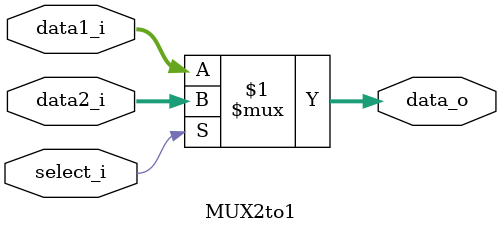
<source format=v>
module MUX2to1 (
    data1_i,
    data2_i,
    select_i,
    data_o,
);
input   [31:0]      data1_i, data2_i;
input               select_i;
output  [31:0]      data_o;

assign data_o = select_i? data2_i : data1_i;

endmodule
</source>
